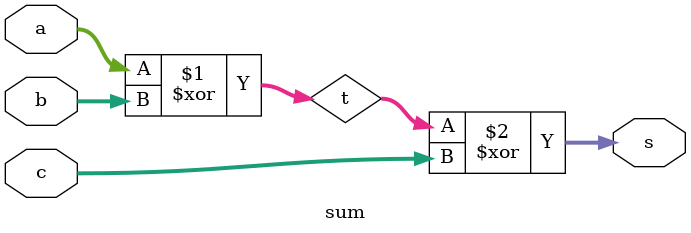
<source format=v>
`timescale 1ns / 1ps


module sum(a,b,c,s);
    input [3:0] a,b,c;
    output [3:0] s;
    wire [3:0] t = a ^ b;
    assign s = t ^ c;
endmodule

</source>
